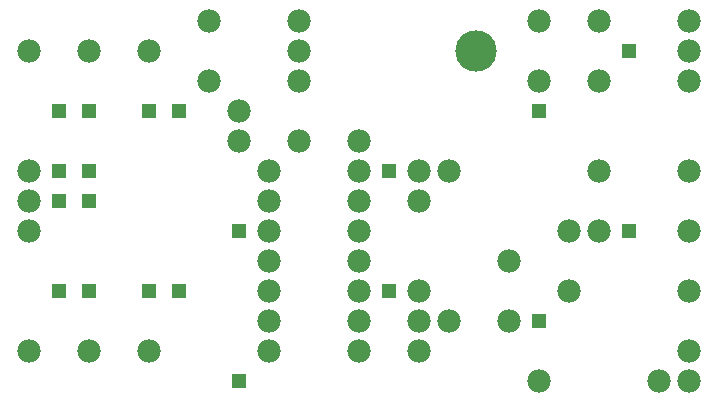
<source format=gbs>
G75*
%MOIN*%
%OFA0B0*%
%FSLAX25Y25*%
%IPPOS*%
%LPD*%
%AMOC8*
5,1,8,0,0,1.08239X$1,22.5*
%
%ADD10C,0.07800*%
%ADD11C,0.13800*%
%ADD12R,0.04762X0.04762*%
D10*
X0181256Y0052127D03*
X0201256Y0052127D03*
X0221256Y0052127D03*
X0261256Y0052127D03*
X0261256Y0062127D03*
X0261256Y0072127D03*
X0261256Y0082127D03*
X0261256Y0092127D03*
X0261256Y0102127D03*
X0261256Y0112127D03*
X0271256Y0122127D03*
X0291256Y0122127D03*
X0291256Y0112127D03*
X0291256Y0102127D03*
X0291256Y0092127D03*
X0291256Y0082127D03*
X0291256Y0072127D03*
X0291256Y0062127D03*
X0291256Y0052127D03*
X0311256Y0052127D03*
X0311256Y0062127D03*
X0321256Y0062127D03*
X0311256Y0072127D03*
X0341256Y0082127D03*
X0361256Y0092127D03*
X0371256Y0092127D03*
X0401256Y0092127D03*
X0401256Y0112127D03*
X0371256Y0112127D03*
X0321256Y0112127D03*
X0311256Y0112127D03*
X0311256Y0102127D03*
X0361256Y0072127D03*
X0341256Y0062127D03*
X0351256Y0042127D03*
X0391256Y0042127D03*
X0401256Y0042127D03*
X0401256Y0052127D03*
X0401256Y0072127D03*
X0401256Y0142127D03*
X0401256Y0152127D03*
X0401256Y0162127D03*
X0371256Y0162127D03*
X0351256Y0162127D03*
X0351256Y0142127D03*
X0371256Y0142127D03*
X0271256Y0142127D03*
X0271256Y0152127D03*
X0271256Y0162127D03*
X0241256Y0162127D03*
X0221256Y0152127D03*
X0201256Y0152127D03*
X0181256Y0152127D03*
X0241256Y0142127D03*
X0251256Y0132127D03*
X0251256Y0122127D03*
X0181256Y0112127D03*
X0181256Y0102127D03*
X0181256Y0092127D03*
D11*
X0330256Y0152127D03*
D12*
X0351256Y0132127D03*
X0381256Y0152127D03*
X0301256Y0112127D03*
X0251256Y0092127D03*
X0231256Y0072127D03*
X0221256Y0072127D03*
X0201256Y0072127D03*
X0191256Y0072127D03*
X0191256Y0102127D03*
X0201256Y0102127D03*
X0201256Y0112127D03*
X0191256Y0112127D03*
X0191256Y0132127D03*
X0201256Y0132127D03*
X0221256Y0132127D03*
X0231256Y0132127D03*
X0301256Y0072127D03*
X0351256Y0062127D03*
X0381256Y0092127D03*
X0251256Y0042127D03*
M02*

</source>
